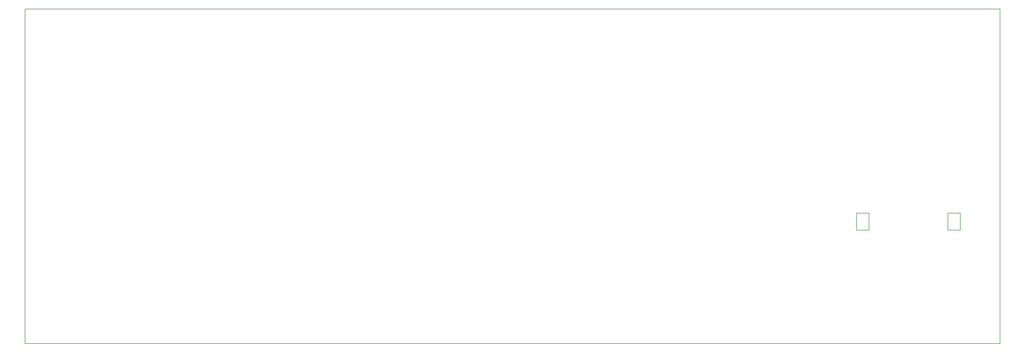
<source format=gm1>
%TF.GenerationSoftware,KiCad,Pcbnew,8.0.0-8.0.0-1~ubuntu23.10.1*%
%TF.CreationDate,2024-02-24T12:58:59+11:00*%
%TF.ProjectId,tbc_ui,7462635f-7569-42e6-9b69-6361645f7063,rev?*%
%TF.SameCoordinates,Original*%
%TF.FileFunction,Profile,NP*%
%FSLAX46Y46*%
G04 Gerber Fmt 4.6, Leading zero omitted, Abs format (unit mm)*
G04 Created by KiCad (PCBNEW 8.0.0-8.0.0-1~ubuntu23.10.1) date 2024-02-24 12:58:59*
%MOMM*%
%LPD*%
G01*
G04 APERTURE LIST*
%TA.AperFunction,Profile*%
%ADD10C,0.100000*%
%TD*%
%TA.AperFunction,Profile*%
%ADD11C,0.050000*%
%TD*%
G04 APERTURE END LIST*
D10*
X80000000Y-65000000D02*
X240000000Y-65000000D01*
X240000000Y-120000000D01*
X80000000Y-120000000D01*
X80000000Y-65000000D01*
%TO.C,SW1*%
D11*
X216500000Y-98600000D02*
X218500000Y-98600000D01*
X218500000Y-101400000D01*
X216500000Y-101400000D01*
X216500000Y-98600000D01*
X233500000Y-98600000D02*
X231500000Y-98600000D01*
X231500000Y-101400000D01*
X233500000Y-101400000D01*
X233500000Y-98600000D01*
%TD*%
M02*

</source>
